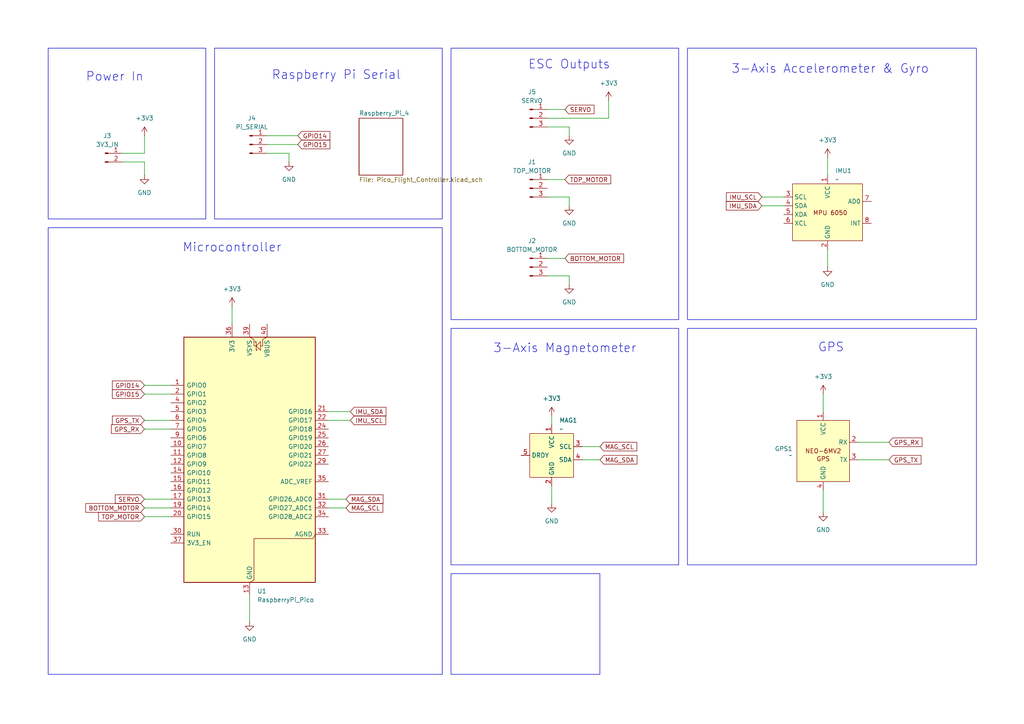
<source format=kicad_sch>
(kicad_sch (version 20231120) (generator "eeschema") (generator_version "8.0")
  (paper "A4")
  (title_block (title "Payload Flight Controller") (date "2024-03-29") (rev "1") (company "Autonomous High-Altitude Balloon Payload") (comment 1 "Scott Clemens"))
  (lib_symbols
    (symbol "Connector:Conn_01x02_Pin" (pin_names (offset 1.016) hide)
      (property "Reference" "J" (at 0 2.54 0))
      (property "Value" "Conn_01x02_Pin" (at 0 -5.08 0))
      (symbol "Conn_01x02_Pin_1_1"
        (polyline (pts (xy 1.27 -2.54) (xy 0.8636 -2.54)) (stroke (width 0.1524)))
        (polyline (pts (xy 1.27 0) (xy 0.8636 0)) (stroke (width 0.1524)))
        (rectangle (start 0.8636 -2.413) (end 0 -2.667) (stroke (width 0.1524)) (fill (type outline)))
        (rectangle (start 0.8636 0.127) (end 0 -0.127) (stroke (width 0.1524)) (fill (type outline)))
        (pin passive line (at 5.08 0 180) (length 3.81) (name "Pin_1") (number "1"))
        (pin passive line (at 5.08 -2.54 180) (length 3.81) (name "Pin_2") (number "2"))
      )
    )
    (symbol "Connector:Conn_01x03_Pin" (pin_names (offset 1.016) hide)
      (property "Reference" "J" (at 0 5.08 0))
      (property "Value" "Conn_01x03_Pin" (at 0 -5.08 0))
      (symbol "Conn_01x03_Pin_1_1"
        (polyline (pts (xy 1.27 -2.54) (xy 0.8636 -2.54)) (stroke (width 0.1524)))
        (polyline (pts (xy 1.27 0) (xy 0.8636 0)) (stroke (width 0.1524)))
        (polyline (pts (xy 1.27 2.54) (xy 0.8636 2.54)) (stroke (width 0.1524)))
        (rectangle (start 0.8636 -2.413) (end 0 -2.667) (stroke (width 0.1524)) (fill (type outline)))
        (rectangle (start 0.8636 0.127) (end 0 -0.127) (stroke (width 0.1524)) (fill (type outline)))
        (rectangle (start 0.8636 2.667) (end 0 2.413) (stroke (width 0.1524)) (fill (type outline)))
        (pin passive line (at 5.08 2.54 180) (length 3.81) (name "Pin_1") (number "1"))
        (pin passive line (at 5.08 0 180) (length 3.81) (name "Pin_2") (number "2"))
        (pin passive line (at 5.08 -2.54 180) (length 3.81) (name "Pin_3") (number "3"))
      )
    )
    (symbol "HMC5883L-Magnetometer:HMC5883L"
      (property "Reference" "MAG1" (at 2.1941 10.16 0))
      (property "Value" "~" (at 2.1941 7.62 0))
      (symbol "HMC5883L_1_1"
        (rectangle (start -6.35 6.35) (end 6.35 -6.35) (fill (type background)))
        (pin power_in line (at 0 8.89 270) (length 2.54) (name "VCC") (number "1"))
        (pin power_out line (at 0 -8.89 90) (length 2.54) (name "GND") (number "2"))
        (pin input line (at 8.89 2.54 180) (length 2.54) (name "SCL") (number "3"))
        (pin input line (at 8.89 -1.27 180) (length 2.54) (name "SDA") (number "4"))
        (pin input line (at -8.89 0 0) (length 2.54) (name "DRDY") (number "5"))
      )
    )
    (symbol "MCU_Module_RaspberryPi_Pico:RaspberryPi_Pico" (pin_names (offset 0.762))
      (property "Reference" "U" (at -19.05 38.1 0))
      (property "Value" "RaspberryPi_Pico" (at 7.62 38.1 0))
      (symbol "RaspberryPi_Pico_0_1"
        (rectangle (start -19.05 36.83) (end 19.05 -34.29) (stroke (width 0.254)) (fill (type background)))
        (polyline (pts (xy 0 36.83) (xy 1.27 36.195) (xy 1.27 34.29) (xy 1.905 34.29)))
        (polyline (pts (xy 1.905 34.29) (xy 3.175 35.56) (xy 3.175 33.02) (xy 1.905 34.29)))
        (polyline (pts (xy 5.08 36.83) (xy 3.81 36.195) (xy 3.81 34.29) (xy 3.175 34.29)))
        (polyline (pts (xy 0 -34.29) (xy 1.27 -33.655) (xy 1.27 -21.59) (xy 18.415 -21.59) (xy 19.05 -20.32)))
        (polyline (pts (xy 1.651 35.306) (xy 1.651 35.56) (xy 1.905 35.56) (xy 1.905 33.02) (xy 2.159 33.02) (xy 2.159 33.274)))
      )
      (symbol "RaspberryPi_Pico_1_1"
        (pin bidirectional line (at -22.86 22.86 0) (length 3.81) (name "GPIO0") (number "1"))
        (pin bidirectional line (at -22.86 5.08 0) (length 3.81) (name "GPIO7") (number "10"))
        (pin bidirectional line (at -22.86 2.54 0) (length 3.81) (name "GPIO8") (number "11"))
        (pin bidirectional line (at -22.86 0 0) (length 3.81) (name "GPIO9") (number "12"))
        (pin power_out line (at 0 -38.1 90) (length 3.81) (name "GND") (number "13"))
        (pin bidirectional line (at -22.86 -2.54 0) (length 3.81) (name "GPIO10") (number "14"))
        (pin bidirectional line (at -22.86 -5.08 0) (length 3.81) (name "GPIO11") (number "15"))
        (pin bidirectional line (at -22.86 -7.62 0) (length 3.81) (name "GPIO12") (number "16"))
        (pin bidirectional line (at -22.86 -10.16 0) (length 3.81) (name "GPIO13") (number "17"))
        (pin passive line (at 0 -38.1 90) (length 3.81) hide (name "GND") (number "18"))
        (pin bidirectional line (at -22.86 -12.7 0) (length 3.81) (name "GPIO14") (number "19"))
        (pin bidirectional line (at -22.86 20.32 0) (length 3.81) (name "GPIO1") (number "2"))
        (pin bidirectional line (at -22.86 -15.24 0) (length 3.81) (name "GPIO15") (number "20"))
        (pin bidirectional line (at 22.86 15.24 180) (length 3.81) (name "GPIO16") (number "21"))
        (pin bidirectional line (at 22.86 12.7 180) (length 3.81) (name "GPIO17") (number "22"))
        (pin passive line (at 0 -38.1 90) (length 3.81) hide (name "GND") (number "23"))
        (pin bidirectional line (at 22.86 10.16 180) (length 3.81) (name "GPIO18") (number "24"))
        (pin bidirectional line (at 22.86 7.62 180) (length 3.81) (name "GPIO19") (number "25"))
        (pin bidirectional line (at 22.86 5.08 180) (length 3.81) (name "GPIO20") (number "26"))
        (pin bidirectional line (at 22.86 2.54 180) (length 3.81) (name "GPIO21") (number "27"))
        (pin passive line (at 0 -38.1 90) (length 3.81) hide (name "GND") (number "28"))
        (pin bidirectional line (at 22.86 0 180) (length 3.81) (name "GPIO22") (number "29"))
        (pin passive line (at 0 -38.1 90) (length 3.81) hide (name "GND") (number "3"))
        (pin input line (at -22.86 -20.32 0) (length 3.81) (name "RUN") (number "30"))
        (pin bidirectional line (at 22.86 -10.16 180) (length 3.81) (name "GPIO26_ADC0") (number "31"))
        (pin bidirectional line (at 22.86 -12.7 180) (length 3.81) (name "GPIO27_ADC1") (number "32"))
        (pin power_in line (at 22.86 -20.32 180) (length 3.81) (name "AGND") (number "33"))
        (pin bidirectional line (at 22.86 -15.24 180) (length 3.81) (name "GPIO28_ADC2") (number "34"))
        (pin power_in line (at 22.86 -5.08 180) (length 3.81) (name "ADC_VREF") (number "35"))
        (pin power_out line (at -5.08 40.64 270) (length 3.81) (name "3V3") (number "36"))
        (pin input line (at -22.86 -22.86 0) (length 3.81) (name "3V3_EN") (number "37"))
        (pin passive line (at 0 -38.1 90) (length 3.81) hide (name "GND") (number "38"))
        (pin power_in line (at 0 40.64 270) (length 3.81) (name "VSYS") (number "39"))
        (pin bidirectional line (at -22.86 17.78 0) (length 3.81) (name "GPIO2") (number "4"))
        (pin power_out line (at 5.08 40.64 270) (length 3.81) (name "VBUS") (number "40"))
        (pin bidirectional line (at -22.86 15.24 0) (length 3.81) (name "GPIO3") (number "5"))
        (pin bidirectional line (at -22.86 12.7 0) (length 3.81) (name "GPIO4") (number "6"))
        (pin bidirectional line (at -22.86 10.16 0) (length 3.81) (name "GPIO5") (number "7"))
        (pin passive line (at 0 -38.1 90) (length 3.81) hide (name "GND") (number "8"))
        (pin bidirectional line (at -22.86 7.62 0) (length 3.81) (name "GPIO6") (number "9"))
      )
    )
    (symbol "MPU-6050:MPU-6050"
      (property "Reference" "IMU1" (at 2.1941 12.7 0))
      (property "Value" "~" (at 2.1941 10.16 0))
      (symbol "MPU-6050_1_1"
        (rectangle (start -10.16 8.89) (end 10.16 -7.62) (fill (type background)))
        (text "MPU 6050" (at 0.762 0.508 0) (effects (font (size 1.27 1.27))))
        (pin power_in line (at 0 11.43 270) (length 2.54) (name "VCC") (number "1"))
        (pin power_out line (at 0 -10.16 90) (length 2.54) (name "GND") (number "2"))
        (pin input line (at -12.7 5.08 0) (length 2.54) (name "SCL") (number "3"))
        (pin input line (at -12.7 2.54 0) (length 2.54) (name "SDA") (number "4"))
        (pin output line (at -12.7 0 0) (length 2.54) (name "XDA") (number "5"))
        (pin output line (at -12.7 -2.54 0) (length 2.54) (name "XCL") (number "6"))
        (pin output line (at 12.7 3.81 180) (length 2.54) (name "AD0") (number "7"))
        (pin output line (at 12.7 -2.54 180) (length 2.54) (name "INT") (number "8"))
      )
    )
    (symbol "NEO-6MV2-GPS:NEO-6MV2"
      (property "Reference" "GPS1" (at -8.89 0.6351 0))
      (property "Value" "~" (at -8.89 -1.27 0))
      (symbol "NEO-6MV2_1_1"
        (rectangle (start -7.62 8.89) (end 7.62 -8.89) (fill (type background)))
        (text "GPS" (at 0 -2.286 0) (effects (font (size 1.27 1.27))))
        (text "NEO-6MV2" (at 0 0 0) (effects (font (size 1.27 1.27))))
        (pin power_in line (at 0 11.43 270) (length 2.54) (name "VCC") (number "1"))
        (pin input line (at 10.16 2.54 180) (length 2.54) (name "RX") (number "2"))
        (pin output line (at 10.16 -2.54 180) (length 2.54) (name "TX") (number "3"))
        (pin power_out line (at 0 -11.43 90) (length 2.54) (name "GND") (number "4"))
      )
    )
    (symbol "power:+3V3" (power) (pin_numbers hide) (pin_names (offset 0) hide)
      (property "Value" "+3V3" (at 0 3.556 0))
      (symbol "+3V3_0_1"
        (polyline (pts (xy -0.762 1.27) (xy 0 2.54)))
        (polyline (pts (xy 0 0) (xy 0 2.54)))
        (polyline (pts (xy 0 2.54) (xy 0.762 1.27)))
      )
      (symbol "+3V3_1_1"
        (pin power_in line (at 0 0 90) (length 0) (name "~") (number "1"))
      )
    )
    (symbol "power:GND" (power) (pin_numbers hide) (pin_names (offset 0) hide)
      (property "Value" "GND" (at 0 -3.81 0))
      (symbol "GND_0_1"
        (polyline (pts (xy 0 0) (xy 0 -1.27) (xy 1.27 -1.27) (xy 0 -2.54) (xy -1.27 -1.27) (xy 0 -1.27)))
      )
      (symbol "GND_1_1"
        (pin power_in line (at 0 0 270) (length 0) (name "~") (number "1"))
      )
    )
  )
  (wire (pts (xy 240.03 45.72) (xy 240.03 50.8)))
  (wire (pts (xy 168.91 133.35) (xy 173.99 133.35)))
  (wire (pts (xy 158.75 80.01) (xy 165.1 80.01)))
  (wire (pts (xy 95.25 144.78) (xy 100.33 144.78)))
  (wire (pts (xy 77.47 44.45) (xy 83.82 44.45)))
  (wire (pts (xy 160.02 120.65) (xy 160.02 123.19)))
  (wire (pts (xy 158.75 34.29) (xy 176.53 34.29)))
  (wire (pts (xy 95.25 121.92) (xy 101.6 121.92)))
  (wire (pts (xy 77.47 39.37) (xy 86.36 39.37)))
  (wire (pts (xy 41.91 124.46) (xy 49.53 124.46)))
  (wire (pts (xy 41.91 147.32) (xy 49.53 147.32)))
  (wire (pts (xy 220.98 59.69) (xy 227.33 59.69)))
  (wire (pts (xy 35.56 44.45) (xy 41.91 44.45)))
  (wire (pts (xy 165.1 57.15) (xy 165.1 59.69)))
  (wire (pts (xy 41.91 121.92) (xy 49.53 121.92)))
  (wire (pts (xy 95.25 147.32) (xy 100.33 147.32)))
  (wire (pts (xy 95.25 119.38) (xy 101.6 119.38)))
  (wire (pts (xy 158.75 74.93) (xy 163.83 74.93)))
  (wire (pts (xy 35.56 46.99) (xy 41.91 46.99)))
  (wire (pts (xy 158.75 57.15) (xy 165.1 57.15)))
  (wire (pts (xy 83.82 44.45) (xy 83.82 46.99)))
  (wire (pts (xy 158.75 52.07) (xy 163.83 52.07)))
  (wire (pts (xy 238.76 114.3) (xy 238.76 119.38)))
  (wire (pts (xy 41.91 46.99) (xy 41.91 50.8)))
  (wire (pts (xy 176.53 29.21) (xy 176.53 34.29)))
  (wire (pts (xy 72.39 172.72) (xy 72.39 180.34)))
  (wire (pts (xy 77.47 41.91) (xy 86.36 41.91)))
  (wire (pts (xy 67.31 88.9) (xy 67.31 93.98)))
  (wire (pts (xy 248.92 128.27) (xy 257.81 128.27)))
  (wire (pts (xy 240.03 72.39) (xy 240.03 77.47)))
  (wire (pts (xy 41.91 144.78) (xy 49.53 144.78)))
  (wire (pts (xy 238.76 142.24) (xy 238.76 148.59)))
  (wire (pts (xy 41.91 39.37) (xy 41.91 44.45)))
  (wire (pts (xy 41.91 111.76) (xy 49.53 111.76)))
  (wire (pts (xy 220.98 57.15) (xy 227.33 57.15)))
  (wire (pts (xy 248.92 133.35) (xy 257.81 133.35)))
  (wire (pts (xy 41.91 149.86) (xy 49.53 149.86)))
  (wire (pts (xy 41.91 114.3) (xy 49.53 114.3)))
  (wire (pts (xy 165.1 80.01) (xy 165.1 82.55)))
  (wire (pts (xy 158.75 31.75) (xy 163.83 31.75)))
  (wire (pts (xy 165.1 36.83) (xy 165.1 39.37)))
  (wire (pts (xy 158.75 36.83) (xy 165.1 36.83)))
  (wire (pts (xy 160.02 140.97) (xy 160.02 146.05)))
  (wire (pts (xy 168.91 129.54) (xy 173.99 129.54)))
  (rectangle (start 13.97 13.97) (end 59.69 63.5))
  (rectangle (start 130.81 95.25) (end 196.85 163.83))
  (rectangle (start 62.23 13.97) (end 128.27 63.5))
  (rectangle (start 130.81 166.37) (end 173.99 195.58))
  (rectangle (start 199.39 95.25) (end 283.21 163.83))
  (rectangle (start 130.81 13.97) (end 196.85 92.71))
  (rectangle (start 13.97 66.04) (end 128.27 195.58))
  (rectangle (start 199.39 13.97) (end 283.21 92.71))
  (text "3-Axis Accelerometer & Gyro" (at 240.792 20.066 0) (effects (font (size 2.54 2.54))))
  (text "3-Axis Magnetometer" (at 163.83 101.092 0) (effects (font (size 2.54 2.54))))
  (text "ESC Outputs" (at 165.1 18.796 0) (effects (font (size 2.54 2.54))))
  (text "Raspberry Pi Serial" (at 97.536 21.844 0) (effects (font (size 2.54 2.54))))
  (text "Power In" (at 33.274 22.352 0) (effects (font (size 2.54 2.54))))
  (text "Microcontroller" (at 67.31 71.882 0) (effects (font (size 2.54 2.54))))
  (text "GPS" (at 241.046 100.838 0) (effects (font (size 2.54 2.54))))
  (global_label "IMU_SDA" (shape input) (at 101.6 119.38 0) (property "Intersheetrefs" "${INTERSHEET_REFS}" (effects (hide yes))))
  (global_label "SERVO" (shape input) (at 163.83 31.75 0) (property "Intersheetrefs" "${INTERSHEET_REFS}" (effects (hide yes))))
  (global_label "TOP_MOTOR" (shape input) (at 163.83 52.07 0) (property "Intersheetrefs" "${INTERSHEET_REFS}" (effects (hide yes))))
  (global_label "IMU_SDA" (shape input) (at 220.98 59.69 180) (property "Intersheetrefs" "${INTERSHEET_REFS}" (effects (hide yes))))
  (global_label "GPS_TX" (shape input) (at 41.91 121.92 180) (property "Intersheetrefs" "${INTERSHEET_REFS}" (effects (hide yes))))
  (global_label "MAG_SCL" (shape input) (at 100.33 147.32 0) (property "Intersheetrefs" "${INTERSHEET_REFS}" (effects (hide yes))))
  (global_label "BOTTOM_MOTOR" (shape input) (at 41.91 147.32 180) (property "Intersheetrefs" "${INTERSHEET_REFS}" (effects (hide yes))))
  (global_label "MAG_SDA" (shape input) (at 100.33 144.78 0) (property "Intersheetrefs" "${INTERSHEET_REFS}" (effects (hide yes))))
  (global_label "SERVO" (shape input) (at 41.91 144.78 180) (property "Intersheetrefs" "${INTERSHEET_REFS}" (effects (hide yes))))
  (global_label "GPIO15" (shape input) (at 86.36 41.91 0) (property "Intersheetrefs" "${INTERSHEET_REFS}" (effects (hide yes))))
  (global_label "GPS_RX" (shape input) (at 257.81 128.27 0) (property "Intersheetrefs" "${INTERSHEET_REFS}" (effects (hide yes))))
  (global_label "MAG_SDA" (shape input) (at 173.99 133.35 0) (property "Intersheetrefs" "${INTERSHEET_REFS}" (effects (hide yes))))
  (global_label "BOTTOM_MOTOR" (shape input) (at 163.83 74.93 0) (property "Intersheetrefs" "${INTERSHEET_REFS}" (effects (hide yes))))
  (global_label "TOP_MOTOR" (shape input) (at 41.91 149.86 180) (property "Intersheetrefs" "${INTERSHEET_REFS}" (effects (hide yes))))
  (global_label "GPIO14" (shape input) (at 41.91 111.76 180) (property "Intersheetrefs" "${INTERSHEET_REFS}" (effects (hide yes))))
  (global_label "GPIO15" (shape input) (at 41.91 114.3 180) (property "Intersheetrefs" "${INTERSHEET_REFS}" (effects (hide yes))))
  (global_label "GPS_RX" (shape input) (at 41.91 124.46 180) (property "Intersheetrefs" "${INTERSHEET_REFS}" (effects (hide yes))))
  (global_label "GPS_TX" (shape input) (at 257.81 133.35 0) (property "Intersheetrefs" "${INTERSHEET_REFS}" (effects (hide yes))))
  (global_label "IMU_SCL" (shape input) (at 220.98 57.15 180) (property "Intersheetrefs" "${INTERSHEET_REFS}" (effects (hide yes))))
  (global_label "GPIO14" (shape input) (at 86.36 39.37 0) (property "Intersheetrefs" "${INTERSHEET_REFS}" (effects (hide yes))))
  (global_label "IMU_SCL" (shape input) (at 101.6 121.92 0) (property "Intersheetrefs" "${INTERSHEET_REFS}" (effects (hide yes))))
  (global_label "MAG_SCL" (shape input) (at 173.99 129.54 0) (property "Intersheetrefs" "${INTERSHEET_REFS}" (effects (hide yes))))
  (symbol (lib_id "power:+3V3") (at 240.03 45.72 0) (unit 1)
    (property "Reference" "#PWR012" (effects (hide yes)))
    (property "Value" "+3V3" (at 240.03 40.64 0))
    (property "Description" "Power symbol creates a global label with name \"+3V3\"" (effects (hide yes)))
  )
  (symbol (lib_id "power:+3V3") (at 238.76 114.3 0) (unit 1)
    (property "Reference" "#PWR013" (effects (hide yes)))
    (property "Value" "+3V3" (at 238.76 109.22 0))
    (property "Description" "Power symbol creates a global label with name \"+3V3\"" (effects (hide yes)))
  )
  (symbol (lib_id "power:GND") (at 160.02 146.05 0) (unit 1)
    (property "Reference" "#PWR04" (effects (hide yes)))
    (property "Value" "GND" (at 160.02 151.13 0))
    (property "Description" "Power symbol creates a global label with name \"GND\" , ground" (effects (hide yes)))
  )
  (symbol (lib_id "power:GND") (at 165.1 59.69 0) (unit 1)
    (property "Reference" "#PWR07" (effects (hide yes)))
    (property "Value" "GND" (at 165.1 64.77 0))
    (property "Description" "Power symbol creates a global label with name \"GND\" , ground" (effects (hide yes)))
  )
  (symbol (lib_id "Connector:Conn_01x03_Pin") (at 153.67 54.61 0) (unit 1)
    (property "Reference" "J1" (at 154.305 46.99 0))
    (property "Value" "TOP_MOTOR" (at 154.305 49.53 0))
    (property "Footprint" "Connector_PinHeader_1.27mm:PinHeader_1x03_P1.27mm_Vertical" (effects (hide yes)))
    (property "Description" "Generic connector, single row, 01x03, script generated" (effects (hide yes)))
  )
  (symbol (lib_id "Connector:Conn_01x02_Pin") (at 30.48 44.45 0) (unit 1)
    (property "Reference" "J3" (at 31.115 39.37 0))
    (property "Value" "3V3_IN" (at 31.115 41.91 0))
    (property "Footprint" "Connector_PinHeader_1.27mm:PinHeader_1x02_P1.27mm_Vertical" (effects (hide yes)))
    (property "Description" "Generic connector, single row, 01x02, script generated" (effects (hide yes)))
  )
  (symbol (lib_id "power:GND") (at 83.82 46.99 0) (unit 1)
    (property "Reference" "#PWR02" (effects (hide yes)))
    (property "Value" "GND" (at 83.82 52.07 0))
    (property "Description" "Power symbol creates a global label with name \"GND\" , ground" (effects (hide yes)))
  )
  (symbol (lib_id "power:GND") (at 72.39 180.34 0) (unit 1)
    (property "Reference" "#PWR05" (effects (hide yes)))
    (property "Value" "GND" (at 72.39 185.42 0))
    (property "Description" "Power symbol creates a global label with name \"GND\" , ground" (effects (hide yes)))
  )
  (symbol (lib_id "power:GND") (at 165.1 39.37 0) (unit 1)
    (property "Reference" "#PWR011" (effects (hide yes)))
    (property "Value" "GND" (at 165.1 44.45 0))
    (property "Description" "Power symbol creates a global label with name \"GND\" , ground" (effects (hide yes)))
  )
  (symbol (lib_id "power:GND") (at 165.1 82.55 0) (unit 1)
    (property "Reference" "#PWR08" (effects (hide yes)))
    (property "Value" "GND" (at 165.1 87.63 0))
    (property "Description" "Power symbol creates a global label with name \"GND\" , ground" (effects (hide yes)))
  )
  (symbol (lib_id "HMC5883L-Magnetometer:HMC5883L") (at 160.02 132.08 0) (unit 1)
    (property "Reference" "MAG1" (at 162.2141 121.92 0) (effects (justify left)))
    (property "Value" "~" (at 162.2141 124.46 0) (effects (justify left)))
    (property "Footprint" "Connector_PinHeader_1.27mm:PinHeader_1x05_P1.27mm_Vertical" (effects (hide yes)))
  )
  (symbol (lib_id "NEO-6MV2-GPS:NEO-6MV2") (at 238.76 130.81 0) (unit 1)
    (property "Reference" "GPS1" (at 229.87 130.1749 0) (effects (justify right)))
    (property "Value" "~" (at 229.87 132.08 0) (effects (justify right)))
    (property "Footprint" "Connector_PinHeader_1.27mm:PinHeader_1x04_P1.27mm_Vertical" (effects (hide yes)))
  )
  (symbol (lib_id "MPU-6050:MPU-6050") (at 240.03 62.23 0) (unit 1)
    (property "Reference" "IMU1" (at 242.2241 49.53 0) (effects (justify left)))
    (property "Value" "~" (at 242.2241 52.07 0) (effects (justify left)))
    (property "Footprint" "Connector_PinHeader_1.27mm:PinHeader_1x08_P1.27mm_Vertical" (effects (hide yes)))
  )
  (symbol (lib_id "power:+3V3") (at 67.31 88.9 0) (unit 1)
    (property "Reference" "#PWR09" (effects (hide yes)))
    (property "Value" "+3V3" (at 67.31 83.82 0))
    (property "Description" "Power symbol creates a global label with name \"+3V3\"" (effects (hide yes)))
  )
  (symbol (lib_id "power:GND") (at 41.91 50.8 0) (unit 1)
    (property "Reference" "#PWR06" (effects (hide yes)))
    (property "Value" "GND" (at 41.91 55.88 0))
    (property "Description" "Power symbol creates a global label with name \"GND\" , ground" (effects (hide yes)))
  )
  (symbol (lib_id "Connector:Conn_01x03_Pin") (at 72.39 41.91 0) (unit 1)
    (property "Reference" "J4" (at 73.025 34.29 0))
    (property "Value" "Pi_SERIAL" (at 73.025 36.83 0))
    (property "Footprint" "Connector_PinHeader_1.27mm:PinHeader_1x03_P1.27mm_Vertical" (effects (hide yes)))
    (property "Description" "Generic connector, single row, 01x03, script generated" (effects (hide yes)))
  )
  (symbol (lib_id "Connector:Conn_01x03_Pin") (at 153.67 77.47 0) (unit 1)
    (property "Reference" "J2" (at 154.305 69.85 0))
    (property "Value" "BOTTOM_MOTOR" (at 154.305 72.39 0))
    (property "Footprint" "Connector_PinHeader_1.27mm:PinHeader_1x03_P1.27mm_Vertical" (effects (hide yes)))
    (property "Description" "Generic connector, single row, 01x03, script generated" (effects (hide yes)))
  )
  (symbol (lib_id "Connector:Conn_01x03_Pin") (at 153.67 34.29 0) (unit 1)
    (property "Reference" "J5" (at 154.305 26.67 0))
    (property "Value" "SERVO" (at 154.305 29.21 0))
    (property "Footprint" "Connector_PinHeader_1.27mm:PinHeader_1x03_P1.27mm_Vertical" (effects (hide yes)))
    (property "Description" "Generic connector, single row, 01x03, script generated" (effects (hide yes)))
  )
  (symbol (lib_id "MCU_Module_RaspberryPi_Pico:RaspberryPi_Pico") (at 72.39 134.62 0) (unit 1)
    (property "Reference" "U1" (at 74.5841 171.45 0) (effects (justify left)))
    (property "Value" "RaspberryPi_Pico" (at 74.5841 173.99 0) (effects (justify left)))
    (property "Footprint" "Module_RaspberryPi_Pico:RaspberryPi_Pico_Original_SMD_MountingHoles_Castellated_HandSolder" (effects (hide yes)))
    (property "Datasheet" "https://datasheets.raspberrypi.com/pico/pico-datasheet.pdf" (effects (hide yes)))
    (property "Description" "Versatile and inexpensive microcontroller module powered by RP2040 dual-core Arm Cortex-M0+ processor up to 133 MHz, 264kB SRAM, 2MB QSPI flash" (effects (hide yes)))
  )
  (symbol (lib_id "power:+3V3") (at 176.53 29.21 0) (unit 1)
    (property "Reference" "#PWR017" (effects (hide yes)))
    (property "Value" "+3V3" (at 176.53 24.13 0))
    (property "Description" "Power symbol creates a global label with name \"+3V3\"" (effects (hide yes)))
  )
  (symbol (lib_id "power:GND") (at 240.03 77.47 0) (unit 1)
    (property "Reference" "#PWR01" (effects (hide yes)))
    (property "Value" "GND" (at 240.03 82.55 0))
    (property "Description" "Power symbol creates a global label with name \"GND\" , ground" (effects (hide yes)))
  )
  (symbol (lib_id "power:GND") (at 238.76 148.59 0) (unit 1)
    (property "Reference" "#PWR03" (effects (hide yes)))
    (property "Value" "GND" (at 238.76 153.67 0))
    (property "Description" "Power symbol creates a global label with name \"GND\" , ground" (effects (hide yes)))
  )
  (symbol (lib_id "power:+3V3") (at 160.02 120.65 0) (unit 1)
    (property "Reference" "#PWR010" (effects (hide yes)))
    (property "Value" "+3V3" (at 160.02 115.57 0))
    (property "Description" "Power symbol creates a global label with name \"+3V3\"" (effects (hide yes)))
  )
  (symbol (lib_id "power:+3V3") (at 41.91 39.37 0) (unit 1)
    (property "Reference" "#PWR015" (effects (hide yes)))
    (property "Value" "+3V3" (at 41.91 34.29 0))
    (property "Description" "Power symbol creates a global label with name \"+3V3\"" (effects (hide yes)))
  )
  (sheet (at 104.14 34.29) (size 12.7 16.51) (stroke (width 0.1524))
    (property "Sheetname" "Raspberry_Pi_4" (at 104.14 33.5784 0) (effects (justify left bottom)))
    (property "Sheetfile" "Pico_Flight_Controller.kicad_sch" (at 104.14 51.3846 0) (effects (justify left top)))
  )
)
</source>
